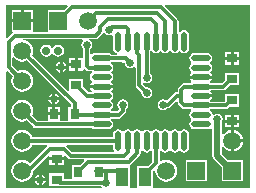
<source format=gbl>
%FSLAX25Y25*%
%MOIN*%
G70*
G01*
G75*
G04 Layer_Physical_Order=2*
G04 Layer_Color=16711680*
%ADD10R,0.03543X0.02953*%
%ADD11R,0.02953X0.01772*%
%ADD12R,0.02953X0.01772*%
%ADD13R,0.04134X0.05906*%
%ADD14R,0.08661X0.02362*%
%ADD15R,0.08661X0.02362*%
%ADD16R,0.02953X0.03543*%
%ADD17R,0.03150X0.03740*%
%ADD18R,0.09449X0.12992*%
%ADD19R,0.09449X0.03937*%
%ADD20C,0.01200*%
%ADD21C,0.05000*%
%ADD22C,0.04000*%
%ADD23C,0.02000*%
%ADD24C,0.05906*%
%ADD25R,0.05906X0.05906*%
%ADD26C,0.02787*%
%ADD27R,0.05906X0.05906*%
%ADD28C,0.02500*%
%ADD29R,0.03740X0.03150*%
%ADD30O,0.02165X0.06496*%
%ADD31O,0.06496X0.02165*%
G36*
X1053526Y163876D02*
X1053666Y163666D01*
X1054278Y163257D01*
X1055000Y163114D01*
X1055722Y163257D01*
X1055780Y163296D01*
X1055922Y163268D01*
X1056261Y163087D01*
Y158870D01*
X1056391Y158213D01*
X1056763Y157657D01*
X1057320Y157285D01*
X1057522Y157245D01*
X1057473Y156747D01*
X1055828D01*
X1055287Y157109D01*
X1054630Y157239D01*
X1050299D01*
X1049643Y157109D01*
X1049164Y156789D01*
X1048724Y157025D01*
Y158593D01*
X1048834Y158666D01*
X1049243Y159278D01*
X1049386Y160000D01*
X1049243Y160722D01*
X1048834Y161334D01*
X1048222Y161743D01*
X1048222Y161743D01*
X1048222D01*
Y161743D01*
X1048225Y161776D01*
X1050500D01*
X1050968Y161870D01*
X1051365Y162135D01*
X1052865Y163635D01*
X1053026Y163876D01*
X1053526D01*
D02*
G37*
G36*
X1101878Y112122D02*
X1069506D01*
Y112447D01*
X1069506D01*
Y117775D01*
X1069971Y118240D01*
X1070419Y118019D01*
X1070417Y118000D01*
X1070539Y117073D01*
X1070897Y116208D01*
X1071466Y115466D01*
X1072208Y114897D01*
X1073073Y114539D01*
X1074000Y114417D01*
X1074927Y114539D01*
X1075792Y114897D01*
X1076534Y115466D01*
X1077103Y116208D01*
X1077461Y117073D01*
X1077583Y118000D01*
X1077461Y118927D01*
X1077103Y119792D01*
X1076534Y120534D01*
X1075792Y121103D01*
X1074927Y121461D01*
X1074000Y121583D01*
X1073073Y121461D01*
X1072214Y121106D01*
X1071798Y121384D01*
Y124602D01*
X1071900Y124753D01*
X1072400D01*
X1072511Y124586D01*
X1073068Y124214D01*
X1073724Y124084D01*
X1074381Y124214D01*
X1074938Y124586D01*
X1075049Y124753D01*
X1075549D01*
X1075661Y124586D01*
X1076217Y124214D01*
X1076874Y124084D01*
X1077531Y124214D01*
X1078087Y124586D01*
X1078199Y124753D01*
X1078699D01*
X1078811Y124586D01*
X1079367Y124214D01*
X1080024Y124084D01*
X1080680Y124214D01*
X1081237Y124586D01*
X1081609Y125143D01*
X1081739Y125799D01*
Y130130D01*
X1081609Y130787D01*
X1081237Y131343D01*
X1080680Y131715D01*
X1080024Y131846D01*
X1079367Y131715D01*
X1078811Y131343D01*
X1078699Y131176D01*
X1078199D01*
X1078087Y131343D01*
X1077531Y131715D01*
X1076874Y131846D01*
X1076217Y131715D01*
X1075661Y131343D01*
X1075549Y131176D01*
X1075049D01*
X1074938Y131343D01*
X1074381Y131715D01*
X1073724Y131846D01*
X1073068Y131715D01*
X1072511Y131343D01*
X1072400Y131176D01*
X1071900D01*
X1071788Y131343D01*
X1071231Y131715D01*
X1070575Y131846D01*
X1069918Y131715D01*
X1069362Y131343D01*
X1069250Y131176D01*
X1068750D01*
X1068638Y131343D01*
X1068082Y131715D01*
X1067425Y131846D01*
X1066769Y131715D01*
X1066212Y131343D01*
X1066100Y131176D01*
X1065600D01*
X1065489Y131343D01*
X1064932Y131715D01*
X1064276Y131846D01*
X1063619Y131715D01*
X1063062Y131343D01*
X1062951Y131176D01*
X1062451D01*
X1062339Y131343D01*
X1061782Y131715D01*
X1061126Y131846D01*
X1060469Y131715D01*
X1059913Y131343D01*
X1059801Y131176D01*
X1059301D01*
X1059190Y131343D01*
X1058633Y131715D01*
X1057976Y131846D01*
X1057320Y131715D01*
X1056763Y131343D01*
X1056391Y130787D01*
X1056261Y130130D01*
Y129188D01*
X1029353D01*
X1029103Y129792D01*
X1028534Y130534D01*
X1027792Y131103D01*
X1026927Y131461D01*
X1026000Y131583D01*
X1025073Y131461D01*
X1024208Y131103D01*
X1023466Y130534D01*
X1022897Y129792D01*
X1022539Y128927D01*
X1022417Y128000D01*
X1022539Y127073D01*
X1022897Y126208D01*
X1023466Y125466D01*
X1024208Y124897D01*
X1025073Y124539D01*
X1026000Y124417D01*
X1026927Y124539D01*
X1027792Y124897D01*
X1028534Y125466D01*
X1029103Y126208D01*
X1029324Y126741D01*
X1034241D01*
X1034386Y126263D01*
X1034268Y126183D01*
X1028613Y120529D01*
X1028534Y120534D01*
X1027792Y121103D01*
X1026927Y121461D01*
X1026000Y121583D01*
X1025073Y121461D01*
X1024208Y121103D01*
X1023466Y120534D01*
X1022897Y119792D01*
X1022539Y118927D01*
X1022417Y118000D01*
X1022539Y117073D01*
X1022897Y116208D01*
X1023466Y115466D01*
X1024208Y114897D01*
X1025073Y114539D01*
X1026000Y114417D01*
X1026927Y114539D01*
X1027792Y114897D01*
X1028534Y115466D01*
X1029103Y116208D01*
X1029461Y117073D01*
X1029583Y118000D01*
X1029579Y118034D01*
X1034568Y123023D01*
X1035030Y122832D01*
Y122543D01*
X1039970D01*
Y122832D01*
X1040432Y123023D01*
X1041320Y122135D01*
Y122135D01*
D01*
Y122135D01*
X1041320D01*
X1041320Y122135D01*
X1041320D01*
D01*
D01*
D01*
D01*
X1041320D01*
X1041320Y122135D01*
Y122135D01*
X1041320Y122135D01*
Y122135D01*
X1041717Y121870D01*
X1042185Y121776D01*
X1046448D01*
X1046639Y121315D01*
X1045197Y119872D01*
X1042479D01*
Y115224D01*
X1039970D01*
Y117131D01*
X1035030D01*
Y112782D01*
X1038430D01*
X1038457Y112777D01*
X1052399D01*
X1052697Y112375D01*
X1052620Y112122D01*
X1020622D01*
Y150995D01*
X1021084Y151186D01*
X1022774Y149496D01*
X1022539Y148927D01*
X1022417Y148000D01*
X1022539Y147073D01*
X1022897Y146208D01*
X1023466Y145466D01*
X1024208Y144897D01*
X1025073Y144539D01*
X1026000Y144417D01*
X1026927Y144539D01*
X1027792Y144897D01*
X1028534Y145466D01*
X1029103Y146208D01*
X1029461Y147073D01*
X1029583Y148000D01*
X1029461Y148927D01*
X1029103Y149792D01*
X1028534Y150534D01*
X1027792Y151103D01*
X1026927Y151461D01*
X1026000Y151583D01*
X1025073Y151461D01*
X1024504Y151226D01*
X1022723Y153007D01*
Y155656D01*
X1023197Y155817D01*
X1023466Y155466D01*
X1024208Y154897D01*
X1025073Y154539D01*
X1026000Y154417D01*
X1026927Y154539D01*
X1027496Y154774D01*
X1042221Y140048D01*
Y139372D01*
X1041368D01*
Y134700D01*
X1038632D01*
Y136500D01*
X1034479D01*
Y134700D01*
X1031030D01*
X1029226Y136504D01*
X1029461Y137073D01*
X1029583Y138000D01*
X1029461Y138927D01*
X1029103Y139792D01*
X1028534Y140534D01*
X1027792Y141103D01*
X1026927Y141461D01*
X1026000Y141583D01*
X1025073Y141461D01*
X1024208Y141103D01*
X1023466Y140534D01*
X1022897Y139792D01*
X1022539Y138927D01*
X1022417Y138000D01*
X1022539Y137073D01*
X1022897Y136208D01*
X1023466Y135466D01*
X1024208Y134897D01*
X1025073Y134539D01*
X1026000Y134417D01*
X1026927Y134539D01*
X1027496Y134774D01*
X1029659Y132611D01*
X1030055Y132346D01*
X1030524Y132253D01*
X1049102D01*
X1049643Y131891D01*
X1050299Y131761D01*
X1054630D01*
X1055287Y131891D01*
X1055843Y132263D01*
X1056215Y132820D01*
X1056346Y133476D01*
X1056215Y134133D01*
X1055843Y134689D01*
X1055676Y134801D01*
Y135301D01*
X1055828Y135403D01*
X1058126D01*
X1058594Y135496D01*
X1058991Y135761D01*
X1058991Y135761D01*
X1058991Y135761D01*
X1060365Y137135D01*
X1060630Y137532D01*
X1060630Y137532D01*
X1060630Y137532D01*
X1060723Y138000D01*
Y138593D01*
X1060834Y138666D01*
X1061243Y139278D01*
X1061386Y140000D01*
X1061243Y140722D01*
X1060834Y141334D01*
X1060222Y141743D01*
X1059500Y141886D01*
X1058778Y141743D01*
X1058166Y141334D01*
X1057757Y140722D01*
X1057614Y140000D01*
X1057757Y139278D01*
X1058166Y138666D01*
X1057623Y137854D01*
X1057619Y137849D01*
X1055828D01*
X1055676Y137951D01*
Y138451D01*
X1055843Y138563D01*
X1056215Y139119D01*
X1056346Y139776D01*
X1056215Y140432D01*
X1055843Y140989D01*
X1055676Y141100D01*
Y141600D01*
X1055843Y141712D01*
X1056215Y142269D01*
X1056346Y142925D01*
X1056215Y143582D01*
X1055843Y144138D01*
X1055676Y144250D01*
Y144750D01*
X1055843Y144862D01*
X1056215Y145418D01*
X1056246Y145575D01*
X1048683D01*
X1048714Y145418D01*
X1049086Y144862D01*
X1049253Y144750D01*
Y144250D01*
X1049102Y144149D01*
X1048137D01*
X1046372Y145914D01*
Y148632D01*
X1041628D01*
Y144755D01*
X1041166Y144564D01*
X1029226Y156504D01*
X1029461Y157073D01*
X1029583Y158000D01*
X1029461Y158927D01*
X1029103Y159792D01*
X1028534Y160534D01*
X1027792Y161103D01*
X1026927Y161461D01*
X1026000Y161583D01*
X1026193Y161776D01*
X1045870D01*
X1046166Y161334D01*
X1045757Y160722D01*
X1045614Y160000D01*
X1045757Y159278D01*
X1046166Y158666D01*
X1046276Y158593D01*
Y155521D01*
X1044500D01*
Y153444D01*
Y151368D01*
X1046372D01*
Y151745D01*
X1046834Y151936D01*
X1047261Y151509D01*
X1047658Y151244D01*
X1048126Y151151D01*
X1049102D01*
X1049253Y151049D01*
Y150549D01*
X1049086Y150438D01*
X1048714Y149881D01*
X1048584Y149224D01*
X1048714Y148568D01*
X1049086Y148011D01*
X1049253Y147900D01*
Y147400D01*
X1049086Y147288D01*
X1048714Y146731D01*
X1048683Y146575D01*
X1056246D01*
X1056215Y146731D01*
X1055843Y147288D01*
X1055676Y147400D01*
Y147900D01*
X1055843Y148011D01*
X1056215Y148568D01*
X1056346Y149224D01*
X1056215Y149881D01*
X1055843Y150438D01*
X1055676Y150549D01*
Y151049D01*
X1055843Y151161D01*
X1056215Y151717D01*
X1056346Y152374D01*
X1056215Y153031D01*
X1055843Y153587D01*
X1055676Y153699D01*
Y154199D01*
X1055828Y154300D01*
X1058605D01*
X1060114Y154000D01*
X1060257Y153278D01*
X1060666Y152666D01*
X1061278Y152257D01*
X1062000Y152114D01*
X1062722Y152257D01*
X1063334Y152666D01*
X1063776Y152370D01*
Y146500D01*
X1063776Y146500D01*
X1063776D01*
X1063870Y146032D01*
X1064135Y145635D01*
X1065640Y144130D01*
X1065614Y144000D01*
X1065757Y143278D01*
X1066166Y142666D01*
X1066778Y142257D01*
X1067500Y142114D01*
X1068222Y142257D01*
X1068834Y142666D01*
X1069243Y143278D01*
X1069386Y144000D01*
X1069243Y144722D01*
X1068834Y145334D01*
X1068222Y145743D01*
X1067500Y145886D01*
X1067370Y145860D01*
X1066224Y147007D01*
Y147098D01*
X1066665Y147333D01*
X1066778Y147257D01*
X1067500Y147114D01*
X1068222Y147257D01*
X1068834Y147666D01*
X1069243Y148278D01*
X1069386Y149000D01*
X1069243Y149722D01*
X1068834Y150334D01*
X1068649Y150457D01*
Y157673D01*
X1068750Y157824D01*
X1069250D01*
X1069362Y157657D01*
X1069918Y157285D01*
X1070575Y157154D01*
X1071231Y157285D01*
X1071788Y157657D01*
X1071900Y157824D01*
X1072400D01*
X1072511Y157657D01*
X1073068Y157285D01*
X1073724Y157154D01*
X1074381Y157285D01*
X1074938Y157657D01*
X1075049Y157824D01*
X1075549D01*
X1075661Y157657D01*
X1076217Y157285D01*
X1076874Y157154D01*
X1077531Y157285D01*
X1078087Y157657D01*
X1078199Y157824D01*
X1078699D01*
X1078811Y157657D01*
X1079367Y157285D01*
X1080024Y157154D01*
X1080680Y157285D01*
X1081237Y157657D01*
X1081609Y158213D01*
X1081739Y158870D01*
Y163201D01*
X1081609Y163857D01*
X1081237Y164414D01*
X1080680Y164786D01*
X1080024Y164916D01*
X1079367Y164786D01*
X1078811Y164414D01*
X1078699Y164247D01*
X1078199D01*
X1078098Y164398D01*
Y167874D01*
X1078004Y168342D01*
X1077739Y168739D01*
X1073562Y172916D01*
X1073753Y173378D01*
X1101878D01*
Y112122D01*
D02*
G37*
G36*
X1056261Y125799D02*
X1056391Y125143D01*
X1056711Y124664D01*
X1056475Y124223D01*
X1042692D01*
X1040732Y126183D01*
X1040614Y126263D01*
X1040759Y126741D01*
X1056261D01*
Y125799D01*
D02*
G37*
G36*
X1069351Y124602D02*
Y121082D01*
X1067822Y119553D01*
X1064172D01*
Y112447D01*
D01*
Y112447D01*
X1063846Y112122D01*
X1061828D01*
Y112447D01*
X1061828D01*
Y119553D01*
X1061828D01*
Y119842D01*
X1061968Y119870D01*
X1062365Y120135D01*
X1065141Y122910D01*
X1065406Y123307D01*
X1065499Y123776D01*
X1065499Y123776D01*
X1065499Y123776D01*
Y123776D01*
Y124602D01*
X1065600Y124753D01*
X1066100D01*
X1066212Y124586D01*
X1066769Y124214D01*
X1067425Y124084D01*
X1068082Y124214D01*
X1068638Y124586D01*
X1068750Y124753D01*
X1069250D01*
X1069351Y124602D01*
D02*
G37*
G36*
X1041186Y172916D02*
X1039822Y171553D01*
X1034447D01*
Y164447D01*
D01*
Y164447D01*
X1034223Y164224D01*
X1029553D01*
Y164224D01*
Y164447D01*
X1029553Y164577D01*
X1029553Y164577D01*
X1029553D01*
Y167500D01*
X1022447D01*
Y164447D01*
X1022645D01*
X1022790Y163969D01*
X1022635Y163865D01*
X1021084Y162314D01*
X1020622Y162505D01*
Y173378D01*
X1040995D01*
X1041186Y172916D01*
D02*
G37*
%LPC*%
G36*
X1098372Y134055D02*
X1096500D01*
Y132479D01*
X1098372D01*
Y134055D01*
D02*
G37*
G36*
X1095500Y136632D02*
X1093628D01*
Y135055D01*
X1095500D01*
Y136632D01*
D02*
G37*
G36*
X1096500Y131518D02*
Y128500D01*
X1099518D01*
X1099461Y128927D01*
X1099103Y129792D01*
X1098534Y130534D01*
X1097792Y131103D01*
X1096927Y131461D01*
X1096500Y131518D01*
D02*
G37*
G36*
X1095500Y134055D02*
X1093628D01*
Y132479D01*
X1095500D01*
Y134055D01*
D02*
G37*
G36*
X1038632Y139372D02*
X1037055D01*
Y137500D01*
X1038632D01*
Y139372D01*
D02*
G37*
G36*
X1036000Y141500D02*
X1034713D01*
X1034757Y141278D01*
X1035166Y140666D01*
X1035778Y140257D01*
X1036000Y140213D01*
Y141500D01*
D02*
G37*
G36*
X1098372Y136632D02*
X1096500D01*
Y135055D01*
X1098372D01*
Y136632D01*
D02*
G37*
G36*
X1036055Y139372D02*
X1034479D01*
Y137500D01*
X1036055D01*
Y139372D01*
D02*
G37*
G36*
X1032500Y116787D02*
Y115500D01*
X1033787D01*
X1033743Y115722D01*
X1033334Y116334D01*
X1032722Y116743D01*
X1032500Y116787D01*
D02*
G37*
G36*
X1037000Y121543D02*
X1035030D01*
Y119869D01*
X1037000D01*
Y121543D01*
D02*
G37*
G36*
X1087553Y121553D02*
X1080447D01*
Y114447D01*
X1087553D01*
Y121553D01*
D02*
G37*
G36*
X1031500Y116787D02*
X1031278Y116743D01*
X1030666Y116334D01*
X1030257Y115722D01*
X1030213Y115500D01*
X1031500D01*
Y116787D01*
D02*
G37*
G36*
Y114500D02*
X1030213D01*
X1030257Y114278D01*
X1030666Y113666D01*
X1031278Y113257D01*
X1031500Y113213D01*
Y114500D01*
D02*
G37*
G36*
X1099518Y127500D02*
X1096500D01*
Y124482D01*
X1096927Y124539D01*
X1097792Y124897D01*
X1098534Y125466D01*
X1099103Y126208D01*
X1099461Y127073D01*
X1099518Y127500D01*
D02*
G37*
G36*
X1039970Y121543D02*
X1038000D01*
Y119869D01*
X1039970D01*
Y121543D01*
D02*
G37*
G36*
X1033787Y114500D02*
X1032500D01*
Y113213D01*
X1032722Y113257D01*
X1033334Y113666D01*
X1033743Y114278D01*
X1033787Y114500D01*
D02*
G37*
G36*
X1098372Y154945D02*
X1096500D01*
Y153368D01*
X1098372D01*
Y154945D01*
D02*
G37*
G36*
X1043500Y155521D02*
X1041628D01*
Y153945D01*
X1043500D01*
Y155521D01*
D02*
G37*
G36*
X1039500Y154287D02*
Y153000D01*
X1040787D01*
X1040743Y153222D01*
X1040334Y153834D01*
X1039722Y154243D01*
X1039500Y154287D01*
D02*
G37*
G36*
X1095500Y154945D02*
X1093628D01*
Y153368D01*
X1095500D01*
Y154945D01*
D02*
G37*
G36*
Y157521D02*
X1093628D01*
Y155945D01*
X1095500D01*
Y157521D01*
D02*
G37*
G36*
X1025500Y171553D02*
X1022447D01*
Y168500D01*
X1025500D01*
Y171553D01*
D02*
G37*
G36*
X1029553D02*
X1026500D01*
Y168500D01*
X1029553D01*
Y171553D01*
D02*
G37*
G36*
X1098372Y157521D02*
X1096500D01*
Y155945D01*
X1098372D01*
Y157521D01*
D02*
G37*
G36*
X1037969Y160033D02*
X1037191Y159878D01*
X1036531Y159437D01*
X1036250Y159017D01*
X1035750D01*
X1035469Y159437D01*
X1034809Y159878D01*
X1034031Y160033D01*
X1033254Y159878D01*
X1032594Y159437D01*
X1032154Y158778D01*
X1031999Y158000D01*
X1032154Y157222D01*
X1032594Y156563D01*
X1033254Y156122D01*
X1034031Y155967D01*
X1034809Y156122D01*
X1035469Y156563D01*
X1035750Y156983D01*
X1036250D01*
X1036531Y156563D01*
X1037191Y156122D01*
X1037969Y155967D01*
X1038746Y156122D01*
X1039406Y156563D01*
X1039847Y157222D01*
X1040001Y158000D01*
X1039847Y158778D01*
X1039406Y159437D01*
X1038746Y159878D01*
X1037969Y160033D01*
D02*
G37*
G36*
X1037000Y143787D02*
Y142500D01*
X1038287D01*
X1038243Y142722D01*
X1037834Y143334D01*
X1037222Y143743D01*
X1037000Y143787D01*
D02*
G37*
G36*
X1098372Y150631D02*
X1093628D01*
Y148359D01*
X1092568Y147298D01*
X1088898D01*
X1088747Y147400D01*
Y147900D01*
X1088914Y148011D01*
X1089286Y148568D01*
X1089317Y148724D01*
X1081754D01*
X1081785Y148568D01*
X1082157Y148011D01*
X1082324Y147900D01*
Y147400D01*
X1082172Y147298D01*
X1080075D01*
X1079607Y147205D01*
X1079210Y146940D01*
X1078135Y145865D01*
X1077870Y145468D01*
X1077777Y145000D01*
Y144223D01*
X1077500D01*
X1077032Y144130D01*
X1076635Y143865D01*
X1074196Y141426D01*
X1073722Y141743D01*
X1073000Y141886D01*
X1072278Y141743D01*
X1071666Y141334D01*
X1071257Y140722D01*
X1071114Y140000D01*
X1071257Y139278D01*
X1071666Y138666D01*
X1072278Y138257D01*
X1073000Y138114D01*
X1073722Y138257D01*
X1074334Y138666D01*
X1074407Y138777D01*
X1074500D01*
X1074968Y138870D01*
X1075365Y139135D01*
X1077315Y141084D01*
X1077704Y140923D01*
X1077777Y140850D01*
X1077777Y140850D01*
D01*
X1077870Y140382D01*
X1078135Y139985D01*
X1079210Y138910D01*
X1079607Y138645D01*
X1080075Y138552D01*
X1082172D01*
X1082324Y138451D01*
Y137951D01*
X1082157Y137839D01*
X1081785Y137283D01*
X1081654Y136626D01*
X1081785Y135969D01*
X1082157Y135413D01*
X1082324Y135301D01*
Y134801D01*
X1082157Y134689D01*
X1081785Y134133D01*
X1081654Y133476D01*
X1081785Y132820D01*
X1082157Y132263D01*
X1082714Y131891D01*
X1083370Y131761D01*
X1087701D01*
X1088357Y131891D01*
X1088914Y132263D01*
X1089369Y131959D01*
Y123000D01*
X1089369Y123000D01*
X1089369D01*
X1089493Y122376D01*
X1089847Y121846D01*
X1092447Y119246D01*
Y114447D01*
X1099553D01*
Y121553D01*
X1094754D01*
X1092631Y123676D01*
Y125776D01*
X1093105Y125937D01*
X1093466Y125466D01*
X1094208Y124897D01*
X1095073Y124539D01*
X1095500Y124482D01*
Y127999D01*
Y131518D01*
X1095073Y131461D01*
X1094208Y131103D01*
X1093466Y130534D01*
X1093105Y130063D01*
X1092631Y130224D01*
Y134225D01*
X1092743Y134392D01*
X1092886Y135114D01*
X1092743Y135836D01*
X1092334Y136448D01*
X1091722Y136856D01*
X1091000Y137000D01*
X1090278Y136856D01*
X1089851Y136571D01*
X1089389Y136762D01*
X1089286Y137283D01*
X1088914Y137839D01*
X1088747Y137951D01*
Y138451D01*
X1088898Y138552D01*
X1093776D01*
X1094244Y138645D01*
X1094641Y138910D01*
X1095099Y139368D01*
X1098372D01*
Y143521D01*
X1093628D01*
Y141359D01*
X1093269Y140999D01*
X1088898D01*
X1088747Y141100D01*
Y141600D01*
X1088914Y141712D01*
X1089286Y142269D01*
X1089317Y142425D01*
X1085534D01*
Y143425D01*
X1089317D01*
X1089286Y143582D01*
X1088914Y144138D01*
X1088747Y144250D01*
Y144750D01*
X1088898Y144851D01*
X1093075D01*
X1093543Y144944D01*
X1093940Y145210D01*
X1095209Y146479D01*
X1098372D01*
Y150631D01*
D02*
G37*
G36*
X1038287Y141500D02*
X1037000D01*
Y140213D01*
X1037222Y140257D01*
X1037834Y140666D01*
X1038243Y141278D01*
X1038287Y141500D01*
D02*
G37*
G36*
X1036000Y143787D02*
X1035778Y143743D01*
X1035166Y143334D01*
X1034757Y142722D01*
X1034713Y142500D01*
X1036000D01*
Y143787D01*
D02*
G37*
G36*
X1087701Y157239D02*
X1083370D01*
X1082714Y157109D01*
X1082157Y156737D01*
X1081785Y156180D01*
X1081654Y155524D01*
X1081785Y154867D01*
X1082157Y154311D01*
X1082324Y154199D01*
Y153699D01*
X1082157Y153587D01*
X1081785Y153031D01*
X1081654Y152374D01*
X1081785Y151717D01*
X1082157Y151161D01*
X1082324Y151049D01*
Y150549D01*
X1082157Y150438D01*
X1081785Y149881D01*
X1081754Y149724D01*
X1089317D01*
X1089286Y149881D01*
X1088914Y150438D01*
X1088747Y150549D01*
Y151049D01*
X1088914Y151161D01*
X1089286Y151717D01*
X1089416Y152374D01*
X1089286Y153031D01*
X1088914Y153587D01*
X1088747Y153699D01*
Y154199D01*
X1088914Y154311D01*
X1089286Y154867D01*
X1089416Y155524D01*
X1089286Y156180D01*
X1088914Y156737D01*
X1088357Y157109D01*
X1087701Y157239D01*
D02*
G37*
G36*
X1043500Y152945D02*
X1041628D01*
Y151368D01*
X1043500D01*
Y152945D01*
D02*
G37*
G36*
X1038500Y154287D02*
X1038278Y154243D01*
X1037666Y153834D01*
X1037257Y153222D01*
X1037213Y153000D01*
X1038500D01*
Y154287D01*
D02*
G37*
G36*
Y152000D02*
X1037213D01*
X1037257Y151778D01*
X1037666Y151166D01*
X1038278Y150757D01*
X1038500Y150713D01*
Y152000D01*
D02*
G37*
G36*
X1040787D02*
X1039500D01*
Y150713D01*
X1039722Y150757D01*
X1040334Y151166D01*
X1040743Y151778D01*
X1040787Y152000D01*
D02*
G37*
%LPD*%
D10*
X1096000Y148555D02*
D03*
Y155445D02*
D03*
Y141445D02*
D03*
Y134555D02*
D03*
X1044000Y146555D02*
D03*
Y153445D02*
D03*
D13*
X1066839Y116000D02*
D03*
X1059161D02*
D03*
D16*
X1043445Y137000D02*
D03*
X1036555D02*
D03*
X1044555Y117500D02*
D03*
X1051445D02*
D03*
D20*
X1054000Y118000D02*
X1060161D01*
X1050555D02*
X1054000D01*
Y114000D02*
Y118000D01*
X1037500Y114957D02*
X1038457Y114000D01*
X1054000D01*
X1026000Y118000D02*
X1027815D01*
X1042185Y123000D02*
X1060000D01*
X1061126Y124126D02*
Y127965D01*
X1060000Y123000D02*
X1061126Y124126D01*
X1039867Y125318D02*
X1042185Y123000D01*
X1035133Y125318D02*
X1039867D01*
X1027815Y118000D02*
X1035133Y125318D01*
X1048055Y121000D02*
X1061500D01*
X1044555Y117500D02*
X1048055Y121000D01*
X1061500D02*
X1064276Y123776D01*
X1043571Y136626D02*
X1052465D01*
X1067425Y149075D02*
Y161035D01*
X1080075Y146075D02*
X1085535D01*
X1080075Y139776D02*
X1085535D01*
X1079000Y140850D02*
X1080075Y139776D01*
X1079000Y145000D02*
X1080075Y146075D01*
X1074500Y140000D02*
X1077500Y143000D01*
X1079000D01*
Y140850D02*
Y143000D01*
Y145000D01*
X1058126Y136626D02*
X1059500Y138000D01*
X1052465Y136626D02*
X1058126D01*
X1070575Y120575D02*
Y127965D01*
X1064276Y123776D02*
Y127965D01*
X1030524Y133476D02*
X1052465D01*
X1026000Y138000D02*
X1030524Y133476D01*
X1070575Y161035D02*
Y166925D01*
X1069000Y168500D02*
X1070575Y166925D01*
X1076874Y161035D02*
Y167874D01*
X1073724Y161035D02*
Y167776D01*
X1038000Y168000D02*
X1042600Y172600D01*
X1072148D02*
X1076874Y167874D01*
X1054500Y168500D02*
X1069000D01*
X1048000Y168000D02*
X1050600Y170600D01*
X1070900D01*
X1073724Y167776D01*
X1042600Y172600D02*
X1072148D01*
X1055000Y165000D02*
X1056000Y166000D01*
X1021500Y152500D02*
Y161000D01*
Y152500D02*
X1026000Y148000D01*
X1026035Y127965D02*
X1057976D01*
X1026000Y158000D02*
X1043445Y140555D01*
Y137000D02*
Y140555D01*
X1047630Y142925D02*
X1052465D01*
X1044000Y146555D02*
X1047630Y142925D01*
X1021500Y161000D02*
X1023500Y163000D01*
X1048126Y152374D02*
X1052465D01*
X1047500Y153000D02*
X1048126Y152374D01*
X1047500Y153000D02*
Y160000D01*
X1052000Y164500D02*
Y166000D01*
X1054500Y168500D01*
X1050500Y163000D02*
X1052000Y164500D01*
X1023500Y163000D02*
X1050500D01*
X1085535Y139776D02*
X1093776D01*
X1095445Y141445D02*
X1096000D01*
X1093776Y139776D02*
X1095445Y141445D01*
X1085535Y146075D02*
X1093075D01*
X1095555Y148555D02*
X1096000D01*
X1093075Y146075D02*
X1095555Y148555D01*
X1066839Y116000D02*
Y116839D01*
X1070575Y120575D01*
X1065000Y146500D02*
X1067500Y144000D01*
X1064276Y157224D02*
Y161035D01*
Y157224D02*
X1065000Y156500D01*
Y146500D02*
Y156500D01*
X1052465Y155524D02*
X1060476D01*
X1062000Y154000D01*
X1059500Y138000D02*
Y140000D01*
X1073000D02*
X1074500D01*
X1056000Y166000D02*
X1060500D01*
X1061126Y161035D02*
Y165374D01*
X1060500Y166000D02*
X1061126Y165374D01*
D23*
X1091000Y123000D02*
X1096000Y118000D01*
X1091000Y123000D02*
Y135114D01*
D24*
X1074000Y118000D02*
D03*
X1096000Y128000D02*
D03*
X1048000Y168000D02*
D03*
X1026000Y118000D02*
D03*
Y128000D02*
D03*
Y138000D02*
D03*
Y148000D02*
D03*
Y158000D02*
D03*
D25*
X1084000Y118000D02*
D03*
X1038000Y168000D02*
D03*
D26*
X1034031Y158000D02*
D03*
X1037969D02*
D03*
D27*
X1096000Y118000D02*
D03*
X1026000Y168000D02*
D03*
D28*
X1039000Y152500D02*
D03*
X1036500Y142000D02*
D03*
X1032000Y115000D02*
D03*
X1067500Y149000D02*
D03*
Y144000D02*
D03*
X1073000Y140000D02*
D03*
X1059500D02*
D03*
X1054000Y114000D02*
D03*
X1055000Y165000D02*
D03*
X1047500Y160000D02*
D03*
X1062000Y154000D02*
D03*
X1091000Y135114D02*
D03*
D29*
X1037500Y122043D02*
D03*
Y114957D02*
D03*
D30*
X1080024Y161035D02*
D03*
X1076874D02*
D03*
X1073724D02*
D03*
X1070575D02*
D03*
X1067425D02*
D03*
X1064276D02*
D03*
X1061126D02*
D03*
X1057976D02*
D03*
Y127965D02*
D03*
X1061126D02*
D03*
X1064276D02*
D03*
X1067425D02*
D03*
X1070575D02*
D03*
X1073724D02*
D03*
X1076874D02*
D03*
X1080024D02*
D03*
D31*
X1052465Y155524D02*
D03*
Y152374D02*
D03*
Y149224D02*
D03*
Y146075D02*
D03*
Y142925D02*
D03*
Y139776D02*
D03*
Y136626D02*
D03*
Y133476D02*
D03*
X1085535D02*
D03*
Y136626D02*
D03*
Y139776D02*
D03*
Y142925D02*
D03*
Y146075D02*
D03*
Y149224D02*
D03*
Y152374D02*
D03*
Y155524D02*
D03*
M02*

</source>
